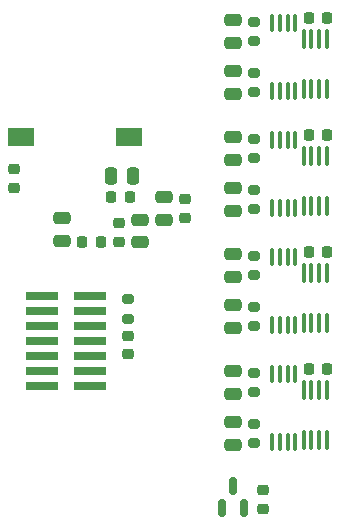
<source format=gtp>
G04 #@! TF.GenerationSoftware,KiCad,Pcbnew,(6.0.11)*
G04 #@! TF.CreationDate,2023-05-24T19:33:27+02:00*
G04 #@! TF.ProjectId,an2can,616e3263-616e-42e6-9b69-6361645f7063,V0*
G04 #@! TF.SameCoordinates,Original*
G04 #@! TF.FileFunction,Paste,Top*
G04 #@! TF.FilePolarity,Positive*
%FSLAX46Y46*%
G04 Gerber Fmt 4.6, Leading zero omitted, Abs format (unit mm)*
G04 Created by KiCad (PCBNEW (6.0.11)) date 2023-05-24 19:33:27*
%MOMM*%
%LPD*%
G01*
G04 APERTURE LIST*
G04 Aperture macros list*
%AMRoundRect*
0 Rectangle with rounded corners*
0 $1 Rounding radius*
0 $2 $3 $4 $5 $6 $7 $8 $9 X,Y pos of 4 corners*
0 Add a 4 corners polygon primitive as box body*
4,1,4,$2,$3,$4,$5,$6,$7,$8,$9,$2,$3,0*
0 Add four circle primitives for the rounded corners*
1,1,$1+$1,$2,$3*
1,1,$1+$1,$4,$5*
1,1,$1+$1,$6,$7*
1,1,$1+$1,$8,$9*
0 Add four rect primitives between the rounded corners*
20,1,$1+$1,$2,$3,$4,$5,0*
20,1,$1+$1,$4,$5,$6,$7,0*
20,1,$1+$1,$6,$7,$8,$9,0*
20,1,$1+$1,$8,$9,$2,$3,0*%
G04 Aperture macros list end*
%ADD10RoundRect,0.250000X-0.475000X0.250000X-0.475000X-0.250000X0.475000X-0.250000X0.475000X0.250000X0*%
%ADD11RoundRect,0.200000X-0.275000X0.200000X-0.275000X-0.200000X0.275000X-0.200000X0.275000X0.200000X0*%
%ADD12R,2.180000X1.600000*%
%ADD13RoundRect,0.100000X0.100000X-0.712500X0.100000X0.712500X-0.100000X0.712500X-0.100000X-0.712500X0*%
%ADD14RoundRect,0.225000X0.225000X0.250000X-0.225000X0.250000X-0.225000X-0.250000X0.225000X-0.250000X0*%
%ADD15RoundRect,0.250000X0.475000X-0.250000X0.475000X0.250000X-0.475000X0.250000X-0.475000X-0.250000X0*%
%ADD16RoundRect,0.225000X-0.250000X0.225000X-0.250000X-0.225000X0.250000X-0.225000X0.250000X0.225000X0*%
%ADD17RoundRect,0.200000X0.275000X-0.200000X0.275000X0.200000X-0.275000X0.200000X-0.275000X-0.200000X0*%
%ADD18RoundRect,0.218750X-0.218750X-0.256250X0.218750X-0.256250X0.218750X0.256250X-0.218750X0.256250X0*%
%ADD19R,2.790000X0.740000*%
%ADD20RoundRect,0.100000X0.100000X-0.637500X0.100000X0.637500X-0.100000X0.637500X-0.100000X-0.637500X0*%
%ADD21RoundRect,0.218750X0.256250X-0.218750X0.256250X0.218750X-0.256250X0.218750X-0.256250X-0.218750X0*%
%ADD22RoundRect,0.250000X-0.250000X-0.475000X0.250000X-0.475000X0.250000X0.475000X-0.250000X0.475000X0*%
%ADD23RoundRect,0.150000X0.150000X-0.587500X0.150000X0.587500X-0.150000X0.587500X-0.150000X-0.587500X0*%
%ADD24RoundRect,0.225000X0.250000X-0.225000X0.250000X0.225000X-0.250000X0.225000X-0.250000X-0.225000X0*%
G04 APERTURE END LIST*
D10*
X106426000Y-96586000D03*
X106426000Y-98486000D03*
D11*
X108204000Y-106617000D03*
X108204000Y-108267000D03*
D12*
X97681000Y-82296000D03*
X88501000Y-82296000D03*
D13*
X112436000Y-78292500D03*
X113086000Y-78292500D03*
X113736000Y-78292500D03*
X114386000Y-78292500D03*
X114386000Y-74067500D03*
X113736000Y-74067500D03*
X113086000Y-74067500D03*
X112436000Y-74067500D03*
D14*
X114440000Y-101981000D03*
X112890000Y-101981000D03*
D11*
X108204000Y-96711000D03*
X108204000Y-98361000D03*
D15*
X106426000Y-74356000D03*
X106426000Y-72456000D03*
X98552000Y-91247000D03*
X98552000Y-89347000D03*
D14*
X114440000Y-92075000D03*
X112890000Y-92075000D03*
D10*
X106426000Y-76774000D03*
X106426000Y-78674000D03*
D16*
X108966000Y-112255000D03*
X108966000Y-113805000D03*
D11*
X108204000Y-76899000D03*
X108204000Y-78549000D03*
D10*
X100584000Y-87442000D03*
X100584000Y-89342000D03*
D17*
X108204000Y-103949000D03*
X108204000Y-102299000D03*
D15*
X106426000Y-94168000D03*
X106426000Y-92268000D03*
D18*
X93700500Y-91186000D03*
X95275500Y-91186000D03*
D19*
X94356500Y-103378000D03*
X90286500Y-103378000D03*
X94356500Y-102108000D03*
X90286500Y-102108000D03*
X94356500Y-100838000D03*
X90286500Y-100838000D03*
X94356500Y-99568000D03*
X90286500Y-99568000D03*
X94356500Y-98298000D03*
X90286500Y-98298000D03*
X94356500Y-97028000D03*
X90286500Y-97028000D03*
X94356500Y-95758000D03*
X90286500Y-95758000D03*
D20*
X109769000Y-108125500D03*
X110419000Y-108125500D03*
X111069000Y-108125500D03*
X111719000Y-108125500D03*
X111719000Y-102400500D03*
X111069000Y-102400500D03*
X110419000Y-102400500D03*
X109769000Y-102400500D03*
D13*
X112436000Y-98104500D03*
X113086000Y-98104500D03*
X113736000Y-98104500D03*
X114386000Y-98104500D03*
X114386000Y-93879500D03*
X113736000Y-93879500D03*
X113086000Y-93879500D03*
X112436000Y-93879500D03*
D14*
X114440000Y-72263000D03*
X112890000Y-72263000D03*
D15*
X91948000Y-91120000D03*
X91948000Y-89220000D03*
D11*
X97536000Y-96076000D03*
X97536000Y-97726000D03*
D21*
X97536000Y-100736500D03*
X97536000Y-99161500D03*
D20*
X109769000Y-88313500D03*
X110419000Y-88313500D03*
X111069000Y-88313500D03*
X111719000Y-88313500D03*
X111719000Y-82588500D03*
X111069000Y-82588500D03*
X110419000Y-82588500D03*
X109769000Y-82588500D03*
X109769000Y-98219500D03*
X110419000Y-98219500D03*
X111069000Y-98219500D03*
X111719000Y-98219500D03*
X111719000Y-92494500D03*
X111069000Y-92494500D03*
X110419000Y-92494500D03*
X109769000Y-92494500D03*
D14*
X114440000Y-82169000D03*
X112890000Y-82169000D03*
D17*
X108204000Y-74231000D03*
X108204000Y-72581000D03*
D22*
X96078000Y-85598000D03*
X97978000Y-85598000D03*
D18*
X96113500Y-87376000D03*
X97688500Y-87376000D03*
D23*
X105476000Y-113713500D03*
X107376000Y-113713500D03*
X106426000Y-111838500D03*
D24*
X96774000Y-91199000D03*
X96774000Y-89649000D03*
D17*
X108204000Y-94043000D03*
X108204000Y-92393000D03*
D10*
X106426000Y-106492000D03*
X106426000Y-108392000D03*
D15*
X106426000Y-104074000D03*
X106426000Y-102174000D03*
D10*
X106426000Y-86680000D03*
X106426000Y-88580000D03*
D13*
X112436000Y-108010500D03*
X113086000Y-108010500D03*
X113736000Y-108010500D03*
X114386000Y-108010500D03*
X114386000Y-103785500D03*
X113736000Y-103785500D03*
X113086000Y-103785500D03*
X112436000Y-103785500D03*
D20*
X109769000Y-78407500D03*
X110419000Y-78407500D03*
X111069000Y-78407500D03*
X111719000Y-78407500D03*
X111719000Y-72682500D03*
X111069000Y-72682500D03*
X110419000Y-72682500D03*
X109769000Y-72682500D03*
D11*
X108204000Y-86805000D03*
X108204000Y-88455000D03*
D17*
X108204000Y-84137000D03*
X108204000Y-82487000D03*
D16*
X102362000Y-87617000D03*
X102362000Y-89167000D03*
X87884000Y-85077000D03*
X87884000Y-86627000D03*
D15*
X106426000Y-84262000D03*
X106426000Y-82362000D03*
D13*
X112436000Y-88198500D03*
X113086000Y-88198500D03*
X113736000Y-88198500D03*
X114386000Y-88198500D03*
X114386000Y-83973500D03*
X113736000Y-83973500D03*
X113086000Y-83973500D03*
X112436000Y-83973500D03*
M02*

</source>
